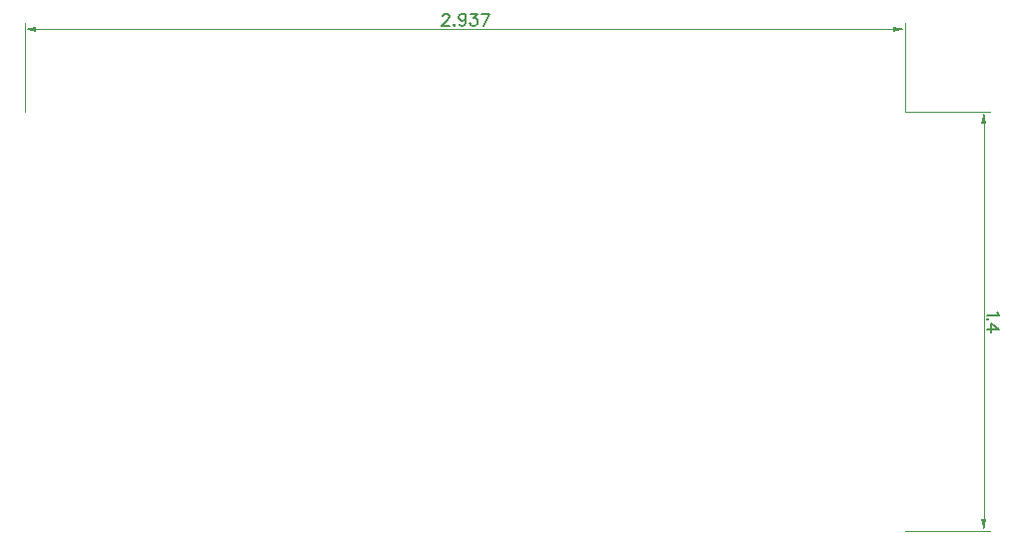
<source format=gbr>
%TF.GenerationSoftware,Novarm,DipTrace,3.3.0.1*%
%TF.CreationDate,2018-11-14T10:18:35-08:00*%
%FSLAX26Y26*%
%MOIN*%
%TF.FileFunction,Drawing,Top*%
%TF.Part,Single*%
%ADD13C,0.001378*%
%ADD93C,0.006176*%
G75*
G01*
%LPD*%
X3331200Y1793700D2*
D13*
X3613385D1*
X3331200Y393700D2*
X3613385D1*
X3593700Y1093700D2*
Y1754330D1*
G36*
Y1793700D2*
X3601574Y1754330D1*
X3585826D1*
X3593700Y1793700D1*
G37*
Y1093700D2*
D13*
Y433070D1*
G36*
Y393700D2*
X3585826Y433070D1*
X3601574D1*
X3593700Y393700D1*
G37*
X393700Y1793700D2*
D13*
Y2088385D1*
X3331200Y1793700D2*
Y2088385D1*
X1862450Y2068700D2*
X433070D1*
G36*
X393700D2*
X433070Y2076574D1*
Y2060826D1*
X393700Y2068700D1*
G37*
X1862450D2*
D13*
X3291830D1*
G36*
X3331200D2*
X3291830Y2060826D1*
Y2076574D1*
X3331200Y2068700D1*
G37*
X3638409Y1124032D2*
D93*
X3640355Y1120186D1*
X3646059Y1114438D1*
X3605911D1*
X3609758Y1100185D2*
X3607812Y1102086D1*
X3605911Y1100185D1*
X3607812Y1098239D1*
X3609758Y1100185D1*
X3605911Y1066743D2*
X3646059D1*
X3619308Y1085888D1*
Y1057192D1*
X1788218Y2111508D2*
Y2113409D1*
X1790120Y2117256D1*
X1792021Y2119157D1*
X1795868Y2121059D1*
X1803517D1*
X1807320Y2119157D1*
X1809221Y2117256D1*
X1811166Y2113409D1*
Y2109607D1*
X1809221Y2105760D1*
X1805418Y2100056D1*
X1786273Y2080911D1*
X1813068D1*
X1827320Y2084758D2*
X1825419Y2082812D1*
X1827320Y2080911D1*
X1829266Y2082812D1*
X1827320Y2084758D1*
X1866511Y2107705D2*
X1864565Y2101957D1*
X1860763Y2098111D1*
X1855015Y2096209D1*
X1853113D1*
X1847365Y2098111D1*
X1843563Y2101957D1*
X1841617Y2107705D1*
Y2109607D1*
X1843563Y2115355D1*
X1847365Y2119157D1*
X1853113Y2121059D1*
X1855015D1*
X1860763Y2119157D1*
X1864565Y2115355D1*
X1866511Y2107705D1*
Y2098111D1*
X1864565Y2088560D1*
X1860763Y2082812D1*
X1855015Y2080911D1*
X1851212D1*
X1845464Y2082812D1*
X1843563Y2086659D1*
X1882709Y2121059D2*
X1903711D1*
X1892259Y2105760D1*
X1898007D1*
X1901810Y2103859D1*
X1903711Y2101957D1*
X1905657Y2096209D1*
Y2092407D1*
X1903711Y2086659D1*
X1899909Y2082812D1*
X1894161Y2080911D1*
X1888413D1*
X1882709Y2082812D1*
X1880807Y2084758D1*
X1878862Y2088560D1*
X1925657Y2080911D2*
X1944803Y2121059D1*
X1918008D1*
M02*

</source>
